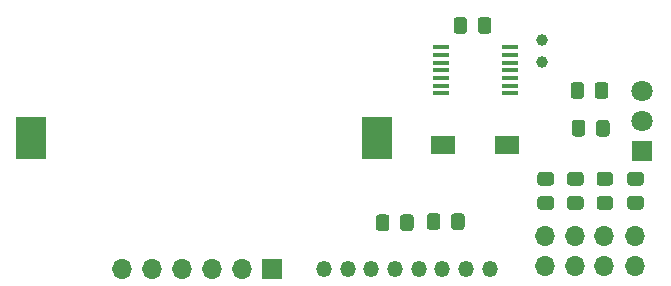
<source format=gbr>
%TF.GenerationSoftware,KiCad,Pcbnew,(5.1.9-0-10_14)*%
%TF.CreationDate,2021-08-19T07:46:10+02:00*%
%TF.ProjectId,HB-SCI-x-MSP,48422d53-4349-42d7-982d-4d53502e6b69,rev?*%
%TF.SameCoordinates,Original*%
%TF.FileFunction,Soldermask,Top*%
%TF.FilePolarity,Negative*%
%FSLAX46Y46*%
G04 Gerber Fmt 4.6, Leading zero omitted, Abs format (unit mm)*
G04 Created by KiCad (PCBNEW (5.1.9-0-10_14)) date 2021-08-19 07:46:10*
%MOMM*%
%LPD*%
G01*
G04 APERTURE LIST*
%ADD10O,1.700000X1.700000*%
%ADD11R,2.600000X3.600000*%
%ADD12O,1.350000X1.350000*%
%ADD13R,1.700000X1.700000*%
%ADD14C,1.000000*%
%ADD15R,1.450000X0.450000*%
%ADD16R,2.000000X1.600000*%
%ADD17C,1.800000*%
%ADD18R,1.800000X1.800000*%
G04 APERTURE END LIST*
D10*
%TO.C,SW2*%
X88450000Y-56740000D03*
X90970000Y-56740000D03*
X93470000Y-56740000D03*
X96070000Y-56740000D03*
X88470000Y-54200000D03*
X90970000Y-54200000D03*
X93470000Y-54200000D03*
X96070000Y-54200000D03*
%TD*%
D11*
%TO.C,BT1*%
X74250000Y-45900000D03*
X44950000Y-45900000D03*
%TD*%
D12*
%TO.C,J1*%
X83740000Y-57000000D03*
X81740000Y-57000000D03*
X79740000Y-57000000D03*
X77740000Y-57000000D03*
X75740000Y-57000000D03*
X73740000Y-57000000D03*
X71740000Y-57000000D03*
X69740000Y-57000000D03*
%TD*%
%TO.C,R9*%
G36*
G01*
X80480000Y-53460001D02*
X80480000Y-52559999D01*
G75*
G02*
X80729999Y-52310000I249999J0D01*
G01*
X81380001Y-52310000D01*
G75*
G02*
X81630000Y-52559999I0J-249999D01*
G01*
X81630000Y-53460001D01*
G75*
G02*
X81380001Y-53710000I-249999J0D01*
G01*
X80729999Y-53710000D01*
G75*
G02*
X80480000Y-53460001I0J249999D01*
G01*
G37*
G36*
G01*
X78430000Y-53460001D02*
X78430000Y-52559999D01*
G75*
G02*
X78679999Y-52310000I249999J0D01*
G01*
X79330001Y-52310000D01*
G75*
G02*
X79580000Y-52559999I0J-249999D01*
G01*
X79580000Y-53460001D01*
G75*
G02*
X79330001Y-53710000I-249999J0D01*
G01*
X78679999Y-53710000D01*
G75*
G02*
X78430000Y-53460001I0J249999D01*
G01*
G37*
%TD*%
D10*
%TO.C,J2*%
X52600000Y-57030000D03*
X55140000Y-57030000D03*
X57680000Y-57030000D03*
X60220000Y-57030000D03*
X62760000Y-57030000D03*
D13*
X65300000Y-57030000D03*
%TD*%
%TO.C,C5*%
G36*
G01*
X76160000Y-53550001D02*
X76160000Y-52649999D01*
G75*
G02*
X76409999Y-52400000I249999J0D01*
G01*
X77060001Y-52400000D01*
G75*
G02*
X77310000Y-52649999I0J-249999D01*
G01*
X77310000Y-53550001D01*
G75*
G02*
X77060001Y-53800000I-249999J0D01*
G01*
X76409999Y-53800000D01*
G75*
G02*
X76160000Y-53550001I0J249999D01*
G01*
G37*
G36*
G01*
X74110000Y-53550001D02*
X74110000Y-52649999D01*
G75*
G02*
X74359999Y-52400000I249999J0D01*
G01*
X75010001Y-52400000D01*
G75*
G02*
X75260000Y-52649999I0J-249999D01*
G01*
X75260000Y-53550001D01*
G75*
G02*
X75010001Y-53800000I-249999J0D01*
G01*
X74359999Y-53800000D01*
G75*
G02*
X74110000Y-53550001I0J249999D01*
G01*
G37*
%TD*%
D14*
%TO.C,Y1*%
X88200000Y-37600000D03*
X88200000Y-39500000D03*
%TD*%
D15*
%TO.C,U2*%
X85510000Y-38250000D03*
X85510000Y-38900000D03*
X85510000Y-39550000D03*
X85510000Y-40200000D03*
X85510000Y-40850000D03*
X85510000Y-41500000D03*
X85510000Y-42150000D03*
X79610000Y-42150000D03*
X79610000Y-41500000D03*
X79610000Y-40850000D03*
X79610000Y-40200000D03*
X79610000Y-39550000D03*
X79610000Y-38900000D03*
X79610000Y-38250000D03*
%TD*%
D16*
%TO.C,SW1*%
X85200000Y-46500000D03*
X79800000Y-46500000D03*
%TD*%
%TO.C,R6*%
G36*
G01*
X96550001Y-49950000D02*
X95649999Y-49950000D01*
G75*
G02*
X95400000Y-49700001I0J249999D01*
G01*
X95400000Y-49049999D01*
G75*
G02*
X95649999Y-48800000I249999J0D01*
G01*
X96550001Y-48800000D01*
G75*
G02*
X96800000Y-49049999I0J-249999D01*
G01*
X96800000Y-49700001D01*
G75*
G02*
X96550001Y-49950000I-249999J0D01*
G01*
G37*
G36*
G01*
X96550001Y-52000000D02*
X95649999Y-52000000D01*
G75*
G02*
X95400000Y-51750001I0J249999D01*
G01*
X95400000Y-51099999D01*
G75*
G02*
X95649999Y-50850000I249999J0D01*
G01*
X96550001Y-50850000D01*
G75*
G02*
X96800000Y-51099999I0J-249999D01*
G01*
X96800000Y-51750001D01*
G75*
G02*
X96550001Y-52000000I-249999J0D01*
G01*
G37*
%TD*%
%TO.C,R5*%
G36*
G01*
X93950001Y-49950000D02*
X93049999Y-49950000D01*
G75*
G02*
X92800000Y-49700001I0J249999D01*
G01*
X92800000Y-49049999D01*
G75*
G02*
X93049999Y-48800000I249999J0D01*
G01*
X93950001Y-48800000D01*
G75*
G02*
X94200000Y-49049999I0J-249999D01*
G01*
X94200000Y-49700001D01*
G75*
G02*
X93950001Y-49950000I-249999J0D01*
G01*
G37*
G36*
G01*
X93950001Y-52000000D02*
X93049999Y-52000000D01*
G75*
G02*
X92800000Y-51750001I0J249999D01*
G01*
X92800000Y-51099999D01*
G75*
G02*
X93049999Y-50850000I249999J0D01*
G01*
X93950001Y-50850000D01*
G75*
G02*
X94200000Y-51099999I0J-249999D01*
G01*
X94200000Y-51750001D01*
G75*
G02*
X93950001Y-52000000I-249999J0D01*
G01*
G37*
%TD*%
%TO.C,R4*%
G36*
G01*
X91450001Y-49950000D02*
X90549999Y-49950000D01*
G75*
G02*
X90300000Y-49700001I0J249999D01*
G01*
X90300000Y-49049999D01*
G75*
G02*
X90549999Y-48800000I249999J0D01*
G01*
X91450001Y-48800000D01*
G75*
G02*
X91700000Y-49049999I0J-249999D01*
G01*
X91700000Y-49700001D01*
G75*
G02*
X91450001Y-49950000I-249999J0D01*
G01*
G37*
G36*
G01*
X91450001Y-52000000D02*
X90549999Y-52000000D01*
G75*
G02*
X90300000Y-51750001I0J249999D01*
G01*
X90300000Y-51099999D01*
G75*
G02*
X90549999Y-50850000I249999J0D01*
G01*
X91450001Y-50850000D01*
G75*
G02*
X91700000Y-51099999I0J-249999D01*
G01*
X91700000Y-51750001D01*
G75*
G02*
X91450001Y-52000000I-249999J0D01*
G01*
G37*
%TD*%
%TO.C,R3*%
G36*
G01*
X88950001Y-49950000D02*
X88049999Y-49950000D01*
G75*
G02*
X87800000Y-49700001I0J249999D01*
G01*
X87800000Y-49049999D01*
G75*
G02*
X88049999Y-48800000I249999J0D01*
G01*
X88950001Y-48800000D01*
G75*
G02*
X89200000Y-49049999I0J-249999D01*
G01*
X89200000Y-49700001D01*
G75*
G02*
X88950001Y-49950000I-249999J0D01*
G01*
G37*
G36*
G01*
X88950001Y-52000000D02*
X88049999Y-52000000D01*
G75*
G02*
X87800000Y-51750001I0J249999D01*
G01*
X87800000Y-51099999D01*
G75*
G02*
X88049999Y-50850000I249999J0D01*
G01*
X88950001Y-50850000D01*
G75*
G02*
X89200000Y-51099999I0J-249999D01*
G01*
X89200000Y-51750001D01*
G75*
G02*
X88950001Y-52000000I-249999J0D01*
G01*
G37*
%TD*%
%TO.C,R2*%
G36*
G01*
X91850000Y-44649999D02*
X91850000Y-45550001D01*
G75*
G02*
X91600001Y-45800000I-249999J0D01*
G01*
X90949999Y-45800000D01*
G75*
G02*
X90700000Y-45550001I0J249999D01*
G01*
X90700000Y-44649999D01*
G75*
G02*
X90949999Y-44400000I249999J0D01*
G01*
X91600001Y-44400000D01*
G75*
G02*
X91850000Y-44649999I0J-249999D01*
G01*
G37*
G36*
G01*
X93900000Y-44649999D02*
X93900000Y-45550001D01*
G75*
G02*
X93650001Y-45800000I-249999J0D01*
G01*
X92999999Y-45800000D01*
G75*
G02*
X92750000Y-45550001I0J249999D01*
G01*
X92750000Y-44649999D01*
G75*
G02*
X92999999Y-44400000I249999J0D01*
G01*
X93650001Y-44400000D01*
G75*
G02*
X93900000Y-44649999I0J-249999D01*
G01*
G37*
%TD*%
%TO.C,R1*%
G36*
G01*
X91750000Y-41449999D02*
X91750000Y-42350001D01*
G75*
G02*
X91500001Y-42600000I-249999J0D01*
G01*
X90849999Y-42600000D01*
G75*
G02*
X90600000Y-42350001I0J249999D01*
G01*
X90600000Y-41449999D01*
G75*
G02*
X90849999Y-41200000I249999J0D01*
G01*
X91500001Y-41200000D01*
G75*
G02*
X91750000Y-41449999I0J-249999D01*
G01*
G37*
G36*
G01*
X93800000Y-41449999D02*
X93800000Y-42350001D01*
G75*
G02*
X93550001Y-42600000I-249999J0D01*
G01*
X92899999Y-42600000D01*
G75*
G02*
X92650000Y-42350001I0J249999D01*
G01*
X92650000Y-41449999D01*
G75*
G02*
X92899999Y-41200000I249999J0D01*
G01*
X93550001Y-41200000D01*
G75*
G02*
X93800000Y-41449999I0J-249999D01*
G01*
G37*
%TD*%
D17*
%TO.C,D1*%
X96660000Y-41910000D03*
X96660000Y-44450000D03*
D18*
X96660000Y-46990000D03*
%TD*%
%TO.C,C4*%
G36*
G01*
X82750000Y-36850001D02*
X82750000Y-35949999D01*
G75*
G02*
X82999999Y-35700000I249999J0D01*
G01*
X83650001Y-35700000D01*
G75*
G02*
X83900000Y-35949999I0J-249999D01*
G01*
X83900000Y-36850001D01*
G75*
G02*
X83650001Y-37100000I-249999J0D01*
G01*
X82999999Y-37100000D01*
G75*
G02*
X82750000Y-36850001I0J249999D01*
G01*
G37*
G36*
G01*
X80700000Y-36850001D02*
X80700000Y-35949999D01*
G75*
G02*
X80949999Y-35700000I249999J0D01*
G01*
X81600001Y-35700000D01*
G75*
G02*
X81850000Y-35949999I0J-249999D01*
G01*
X81850000Y-36850001D01*
G75*
G02*
X81600001Y-37100000I-249999J0D01*
G01*
X80949999Y-37100000D01*
G75*
G02*
X80700000Y-36850001I0J249999D01*
G01*
G37*
%TD*%
M02*

</source>
